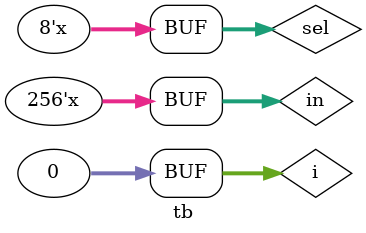
<source format=sv>
module tb();
   reg [255:0] in;reg [7:0]sel;
   wire out;
   integer i=0; 
    mux a1(in,sel,out);
initial begin
repeat(10) begin
in=i+1;
sel=i;
#50;
sel=i+1;
i=i+1;
end
end
endmodule

</source>
